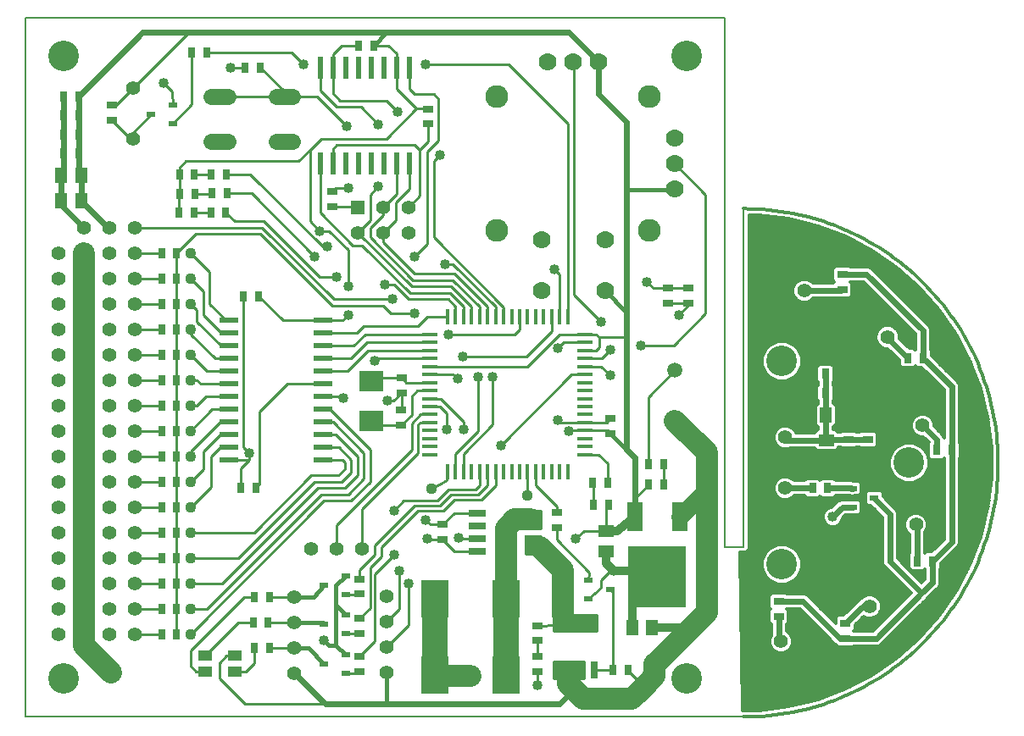
<source format=gtl>
G75*
%MOIN*%
%OFA0B0*%
%FSLAX24Y24*%
%IPPOS*%
%LPD*%
%AMOC8*
5,1,8,0,0,1.08239X$1,22.5*
%
%ADD10C,0.0120*%
%ADD11C,0.0080*%
%ADD12R,0.0394X0.0315*%
%ADD13R,0.0555X0.0555*%
%ADD14C,0.0555*%
%ADD15R,0.0315X0.0394*%
%ADD16R,0.0555X0.0555*%
%ADD17R,0.0591X0.0453*%
%ADD18R,0.0689X0.0256*%
%ADD19R,0.0453X0.0591*%
%ADD20R,0.0283X0.0701*%
%ADD21R,0.1100X0.1500*%
%ADD22C,0.1200*%
%ADD23C,0.0594*%
%ADD24R,0.0551X0.0433*%
%ADD25C,0.0900*%
%ADD26C,0.0700*%
%ADD27C,0.0640*%
%ADD28R,0.0236X0.0866*%
%ADD29R,0.0350X0.0236*%
%ADD30R,0.2283X0.2441*%
%ADD31R,0.0630X0.1181*%
%ADD32R,0.0160X0.0591*%
%ADD33R,0.0591X0.0160*%
%ADD34R,0.0945X0.0787*%
%ADD35R,0.0768X0.0217*%
%ADD36C,0.0440*%
%ADD37C,0.0240*%
%ADD38C,0.0100*%
%ADD39C,0.0400*%
%ADD40C,0.0320*%
%ADD41C,0.0160*%
%ADD42C,0.0860*%
%ADD43C,0.0700*%
%ADD44C,0.1000*%
%ADD45C,0.0650*%
%ADD46C,0.0436*%
D10*
X001556Y022274D02*
X001655Y022373D01*
X002245Y022373D02*
X002344Y022274D01*
X028400Y020974D02*
X028644Y020971D01*
X028887Y020962D01*
X029130Y020947D01*
X029373Y020927D01*
X029615Y020900D01*
X029856Y020867D01*
X030096Y020829D01*
X030336Y020785D01*
X030574Y020735D01*
X030811Y020679D01*
X031047Y020617D01*
X031281Y020550D01*
X031513Y020477D01*
X031744Y020398D01*
X031972Y020314D01*
X032199Y020224D01*
X032423Y020129D01*
X032645Y020028D01*
X032864Y019922D01*
X033080Y019811D01*
X033294Y019694D01*
X033505Y019573D01*
X033713Y019446D01*
X033918Y019314D01*
X034119Y019177D01*
X034317Y019035D01*
X034512Y018889D01*
X034703Y018738D01*
X034890Y018582D01*
X035073Y018422D01*
X035253Y018257D01*
X035428Y018088D01*
X035599Y017915D01*
X035766Y017737D01*
X035928Y017556D01*
X036086Y017371D01*
X036240Y017182D01*
X036389Y016989D01*
X036533Y016793D01*
X036672Y016593D01*
X036807Y016390D01*
X036936Y016183D01*
X037060Y015974D01*
X037179Y015762D01*
X037293Y015546D01*
X037402Y015329D01*
X037505Y015108D01*
X037603Y014885D01*
X037696Y014660D01*
X037783Y014432D01*
X037864Y014203D01*
X037940Y013971D01*
X038010Y013738D01*
X038075Y013503D01*
X038134Y013267D01*
X038187Y013029D01*
X038234Y012790D01*
X038275Y012550D01*
X038310Y012309D01*
X038340Y012068D01*
X038364Y011825D01*
X038381Y011582D01*
X038393Y011339D01*
X038399Y011096D01*
X038399Y010852D01*
X038393Y010609D01*
X038381Y010366D01*
X038364Y010123D01*
X038340Y009880D01*
X038310Y009639D01*
X038275Y009398D01*
X038234Y009158D01*
X038187Y008919D01*
X038134Y008681D01*
X038075Y008445D01*
X038010Y008210D01*
X037940Y007977D01*
X037864Y007745D01*
X037783Y007516D01*
X037696Y007288D01*
X037603Y007063D01*
X037505Y006840D01*
X037402Y006619D01*
X037293Y006402D01*
X037179Y006186D01*
X037060Y005974D01*
X036936Y005765D01*
X036807Y005558D01*
X036672Y005355D01*
X036533Y005155D01*
X036389Y004959D01*
X036240Y004766D01*
X036086Y004577D01*
X035928Y004392D01*
X035766Y004211D01*
X035599Y004033D01*
X035428Y003860D01*
X035253Y003691D01*
X035073Y003526D01*
X034890Y003366D01*
X034703Y003210D01*
X034512Y003059D01*
X034317Y002913D01*
X034119Y002771D01*
X033918Y002634D01*
X033713Y002502D01*
X033505Y002375D01*
X033294Y002254D01*
X033080Y002137D01*
X032864Y002026D01*
X032645Y001920D01*
X032423Y001819D01*
X032199Y001724D01*
X031972Y001634D01*
X031744Y001550D01*
X031513Y001471D01*
X031281Y001398D01*
X031047Y001331D01*
X030811Y001269D01*
X030574Y001213D01*
X030336Y001163D01*
X030096Y001119D01*
X029856Y001081D01*
X029615Y001048D01*
X029373Y001021D01*
X029130Y001001D01*
X028887Y000986D01*
X028644Y000977D01*
X028400Y000974D01*
X028400Y001214D02*
X028363Y001214D01*
X028259Y007447D01*
X028491Y007447D01*
X028620Y007576D01*
X028620Y020727D01*
X028989Y020716D01*
X030159Y020574D01*
X031304Y020292D01*
X032406Y019874D01*
X033449Y019327D01*
X034419Y018657D01*
X035301Y017875D01*
X036083Y016993D01*
X036752Y016023D01*
X037300Y014980D01*
X037718Y013878D01*
X038000Y012733D01*
X038142Y011563D01*
X038142Y010385D01*
X038000Y009215D01*
X037718Y008071D01*
X037300Y006969D01*
X036752Y005925D01*
X036083Y004955D01*
X035301Y004073D01*
X034419Y003291D01*
X033449Y002622D01*
X032406Y002074D01*
X031304Y001656D01*
X030159Y001374D01*
X028989Y001232D01*
X028400Y001214D01*
X028361Y001330D02*
X029794Y001330D01*
X030460Y001448D02*
X028359Y001448D01*
X028357Y001567D02*
X030941Y001567D01*
X031380Y001685D02*
X028355Y001685D01*
X028353Y001804D02*
X031693Y001804D01*
X032005Y001922D02*
X028351Y001922D01*
X028349Y002041D02*
X032318Y002041D01*
X032568Y002159D02*
X028347Y002159D01*
X028345Y002278D02*
X032794Y002278D01*
X033019Y002396D02*
X028343Y002396D01*
X028341Y002515D02*
X033245Y002515D01*
X033466Y002633D02*
X028339Y002633D01*
X028337Y002752D02*
X033637Y002752D01*
X033809Y002870D02*
X028335Y002870D01*
X028333Y002989D02*
X033981Y002989D01*
X034152Y003107D02*
X028331Y003107D01*
X028329Y003226D02*
X034324Y003226D01*
X034479Y003344D02*
X028327Y003344D01*
X028325Y003463D02*
X034613Y003463D01*
X034746Y003581D02*
X030150Y003581D01*
X030126Y003557D02*
X030255Y003686D01*
X030325Y003854D01*
X030325Y004036D01*
X030255Y004204D01*
X030126Y004333D01*
X030075Y004354D01*
X030075Y004620D01*
X030152Y004697D01*
X030152Y005161D01*
X030093Y005219D01*
X030605Y005219D01*
X032025Y003800D01*
X032060Y003785D01*
X032129Y003716D01*
X032671Y003716D01*
X032709Y003754D01*
X033664Y003754D01*
X033775Y003800D01*
X033859Y003884D01*
X035570Y005595D01*
X035654Y005679D01*
X035654Y005679D01*
X036075Y006099D01*
X036120Y006210D01*
X036120Y006790D01*
X036158Y006828D01*
X036158Y007012D01*
X036825Y007679D01*
X036870Y007789D01*
X036870Y011165D01*
X038142Y011165D01*
X038142Y011047D02*
X036870Y011047D01*
X036870Y011165D02*
X036908Y011203D01*
X036908Y011746D01*
X036870Y011783D01*
X036870Y014034D01*
X036825Y014144D01*
X036740Y014228D01*
X035783Y015186D01*
X035783Y015371D01*
X035745Y015408D01*
X035745Y016239D01*
X035700Y016349D01*
X035615Y016433D01*
X033484Y018564D01*
X033484Y018564D01*
X033400Y018649D01*
X033289Y018694D01*
X032584Y018694D01*
X032546Y018732D01*
X032004Y018732D01*
X031898Y018626D01*
X031898Y018162D01*
X031961Y018099D01*
X031907Y018045D01*
X031130Y018045D01*
X031042Y018133D01*
X030874Y018202D01*
X030692Y018202D01*
X030524Y018133D01*
X030395Y018004D01*
X030325Y017836D01*
X030325Y017654D01*
X030395Y017486D01*
X030524Y017357D01*
X030692Y017287D01*
X030874Y017287D01*
X031042Y017357D01*
X031130Y017445D01*
X032276Y017445D01*
X032328Y017466D01*
X032546Y017466D01*
X032652Y017572D01*
X032652Y018036D01*
X032593Y018094D01*
X033105Y018094D01*
X035145Y016055D01*
X035145Y015417D01*
X035087Y015476D01*
X034902Y015476D01*
X034514Y015865D01*
X034514Y016014D01*
X034444Y016182D01*
X034315Y016311D01*
X034147Y016381D01*
X033965Y016381D01*
X033797Y016311D01*
X033668Y016182D01*
X033599Y016014D01*
X033599Y015832D01*
X033668Y015664D01*
X033797Y015535D01*
X033965Y015466D01*
X034064Y015466D01*
X034517Y015012D01*
X034517Y014828D01*
X034623Y014722D01*
X035087Y014722D01*
X035150Y014786D01*
X035213Y014722D01*
X035398Y014722D01*
X036270Y013850D01*
X036270Y011973D01*
X036234Y012061D01*
X036150Y012145D01*
X035887Y012408D01*
X035887Y012532D01*
X035817Y012700D01*
X035689Y012829D01*
X035520Y012899D01*
X035338Y012899D01*
X035170Y012829D01*
X035042Y012700D01*
X034972Y012532D01*
X034972Y012350D01*
X031931Y012350D01*
X031931Y012374D02*
X031932Y012374D01*
X032038Y012479D01*
X032038Y013219D01*
X031932Y013324D01*
X031905Y013324D01*
X031905Y013415D01*
X031942Y013453D01*
X031942Y013996D01*
X031905Y014033D01*
X031905Y014165D01*
X031942Y014203D01*
X031942Y014746D01*
X031837Y014851D01*
X031373Y014851D01*
X031267Y014746D01*
X031267Y014203D01*
X031305Y014165D01*
X031305Y014033D01*
X031267Y013996D01*
X031267Y013453D01*
X031305Y013415D01*
X031305Y013299D01*
X031225Y013219D01*
X031225Y012479D01*
X031330Y012374D01*
X031331Y012374D01*
X031331Y012274D01*
X031280Y012274D01*
X031175Y012169D01*
X031175Y012168D01*
X030440Y012168D01*
X030413Y012233D01*
X030284Y012362D01*
X030116Y012432D01*
X029934Y012432D01*
X029766Y012362D01*
X029637Y012233D01*
X029568Y012065D01*
X029568Y011883D01*
X029637Y011715D01*
X029766Y011586D01*
X029934Y011517D01*
X030116Y011517D01*
X030240Y011568D01*
X031175Y011568D01*
X031175Y011567D01*
X031280Y011461D01*
X032020Y011461D01*
X032125Y011567D01*
X032125Y011594D01*
X032216Y011594D01*
X032254Y011557D01*
X032796Y011557D01*
X032834Y011594D01*
X032966Y011594D01*
X033004Y011557D01*
X033546Y011557D01*
X033652Y011662D01*
X033652Y012126D01*
X033546Y012232D01*
X033004Y012232D01*
X032966Y012194D01*
X032834Y012194D01*
X032796Y012232D01*
X032254Y012232D01*
X032216Y012194D01*
X032100Y012194D01*
X032020Y012274D01*
X031931Y012274D01*
X031931Y012374D01*
X032027Y012469D02*
X034972Y012469D01*
X034972Y012350D02*
X035042Y012182D01*
X035170Y012053D01*
X035338Y011984D01*
X035463Y011984D01*
X035672Y011775D01*
X035642Y011746D01*
X035642Y011220D01*
X035561Y011416D01*
X035342Y011635D01*
X035055Y011754D01*
X034745Y011754D01*
X034458Y011635D01*
X034239Y011416D01*
X034120Y011129D01*
X034120Y010819D01*
X034239Y010532D01*
X034458Y010313D01*
X034745Y010194D01*
X035055Y010194D01*
X035342Y010313D01*
X035561Y010532D01*
X035680Y010819D01*
X035680Y011129D01*
X035655Y011190D01*
X035748Y011097D01*
X036212Y011097D01*
X036270Y011156D01*
X036270Y007973D01*
X035773Y007476D01*
X035588Y007476D01*
X035530Y007417D01*
X035530Y008253D01*
X035558Y008282D01*
X035628Y008450D01*
X035628Y008632D01*
X035558Y008800D01*
X035430Y008929D01*
X035262Y008999D01*
X035080Y008999D01*
X034911Y008929D01*
X034783Y008800D01*
X034713Y008632D01*
X034713Y008450D01*
X034783Y008282D01*
X034911Y008153D01*
X034930Y008146D01*
X034930Y007408D01*
X034892Y007371D01*
X034892Y006828D01*
X034998Y006722D01*
X035462Y006722D01*
X035520Y006781D01*
X035520Y006394D01*
X035400Y006273D01*
X034450Y007223D01*
X034450Y008939D01*
X034451Y008995D01*
X034450Y008999D01*
X034450Y009003D01*
X034429Y009054D01*
X034408Y009107D01*
X034406Y009109D01*
X034404Y009113D01*
X034365Y009152D01*
X033880Y009661D01*
X033880Y009792D01*
X033775Y009897D01*
X033593Y009897D01*
X033592Y009898D01*
X033473Y009900D01*
X033464Y009897D01*
X033275Y009897D01*
X033170Y009792D01*
X033170Y009406D01*
X033275Y009301D01*
X033395Y009301D01*
X033850Y008823D01*
X033850Y007039D01*
X033896Y006929D01*
X033980Y006845D01*
X034976Y005849D01*
X033480Y004354D01*
X032718Y004354D01*
X032777Y004412D01*
X032777Y004597D01*
X033104Y004924D01*
X033258Y004861D01*
X033440Y004861D01*
X033608Y004930D01*
X033737Y005059D01*
X033806Y005227D01*
X033806Y005409D01*
X033737Y005577D01*
X033608Y005706D01*
X033440Y005776D01*
X033258Y005776D01*
X033090Y005706D01*
X032993Y005610D01*
X032904Y005572D01*
X032313Y004982D01*
X032129Y004982D01*
X032023Y004876D01*
X032023Y004650D01*
X030984Y005689D01*
X030900Y005774D01*
X030789Y005819D01*
X030084Y005819D01*
X030046Y005857D01*
X029504Y005857D01*
X029398Y005751D01*
X029398Y005287D01*
X029461Y005224D01*
X029398Y005161D01*
X029398Y004697D01*
X029475Y004620D01*
X029475Y004194D01*
X029410Y004036D01*
X029410Y003854D01*
X029479Y003686D01*
X029608Y003557D01*
X029776Y003487D01*
X029958Y003487D01*
X030126Y003557D01*
X030261Y003700D02*
X034880Y003700D01*
X035014Y003818D02*
X033793Y003818D01*
X033912Y003937D02*
X035148Y003937D01*
X035281Y004055D02*
X034030Y004055D01*
X034149Y004174D02*
X035391Y004174D01*
X035496Y004292D02*
X034267Y004292D01*
X034386Y004411D02*
X035601Y004411D01*
X035706Y004529D02*
X034504Y004529D01*
X034623Y004648D02*
X035811Y004648D01*
X035916Y004766D02*
X034741Y004766D01*
X034860Y004885D02*
X036021Y004885D01*
X036116Y005003D02*
X034978Y005003D01*
X035097Y005122D02*
X036198Y005122D01*
X036280Y005240D02*
X035215Y005240D01*
X035334Y005359D02*
X036362Y005359D01*
X036443Y005477D02*
X035452Y005477D01*
X035570Y005595D02*
X035570Y005595D01*
X035571Y005596D02*
X036525Y005596D01*
X036607Y005714D02*
X035689Y005714D01*
X035808Y005833D02*
X036689Y005833D01*
X036766Y005951D02*
X035926Y005951D01*
X036045Y006070D02*
X036828Y006070D01*
X036891Y006188D02*
X036111Y006188D01*
X036120Y006307D02*
X036953Y006307D01*
X037015Y006425D02*
X036120Y006425D01*
X036120Y006544D02*
X037077Y006544D01*
X037139Y006662D02*
X036120Y006662D01*
X036120Y006781D02*
X037202Y006781D01*
X037264Y006899D02*
X036158Y006899D01*
X036163Y007018D02*
X037319Y007018D01*
X037364Y007136D02*
X036282Y007136D01*
X036400Y007255D02*
X037409Y007255D01*
X037454Y007373D02*
X036519Y007373D01*
X036637Y007492D02*
X037499Y007492D01*
X037543Y007610D02*
X036756Y007610D01*
X036845Y007729D02*
X037588Y007729D01*
X037633Y007847D02*
X036870Y007847D01*
X036870Y007966D02*
X037678Y007966D01*
X037721Y008084D02*
X036870Y008084D01*
X036870Y008203D02*
X037751Y008203D01*
X037780Y008321D02*
X036870Y008321D01*
X036870Y008440D02*
X037809Y008440D01*
X037838Y008558D02*
X036870Y008558D01*
X036870Y008677D02*
X037867Y008677D01*
X037897Y008795D02*
X036870Y008795D01*
X036870Y008914D02*
X037926Y008914D01*
X037955Y009032D02*
X036870Y009032D01*
X036870Y009151D02*
X037984Y009151D01*
X038007Y009269D02*
X036870Y009269D01*
X036870Y009388D02*
X038021Y009388D01*
X038036Y009506D02*
X036870Y009506D01*
X036870Y009625D02*
X038050Y009625D01*
X038064Y009743D02*
X036870Y009743D01*
X036870Y009862D02*
X038079Y009862D01*
X038093Y009980D02*
X036870Y009980D01*
X036870Y010099D02*
X038107Y010099D01*
X038122Y010217D02*
X036870Y010217D01*
X036870Y010336D02*
X038136Y010336D01*
X038142Y010454D02*
X036870Y010454D01*
X036870Y010573D02*
X038142Y010573D01*
X038142Y010691D02*
X036870Y010691D01*
X036870Y010810D02*
X038142Y010810D01*
X038142Y010928D02*
X036870Y010928D01*
X036908Y011284D02*
X038142Y011284D01*
X038142Y011402D02*
X036908Y011402D01*
X036908Y011521D02*
X038142Y011521D01*
X038133Y011639D02*
X036908Y011639D01*
X036896Y011758D02*
X038119Y011758D01*
X038104Y011876D02*
X036870Y011876D01*
X036870Y011995D02*
X038090Y011995D01*
X038075Y012113D02*
X036870Y012113D01*
X036870Y012232D02*
X038061Y012232D01*
X038047Y012350D02*
X036870Y012350D01*
X036870Y012469D02*
X038032Y012469D01*
X038018Y012587D02*
X036870Y012587D01*
X036870Y012706D02*
X038004Y012706D01*
X037978Y012824D02*
X036870Y012824D01*
X036870Y012943D02*
X037949Y012943D01*
X037919Y013061D02*
X036870Y013061D01*
X036870Y013180D02*
X037890Y013180D01*
X037861Y013298D02*
X036870Y013298D01*
X036870Y013417D02*
X037832Y013417D01*
X037803Y013535D02*
X036870Y013535D01*
X036870Y013654D02*
X037773Y013654D01*
X037744Y013772D02*
X036870Y013772D01*
X036870Y013891D02*
X037713Y013891D01*
X037668Y014009D02*
X036870Y014009D01*
X036831Y014128D02*
X037623Y014128D01*
X037578Y014246D02*
X036723Y014246D01*
X036740Y014228D02*
X036740Y014228D01*
X036604Y014365D02*
X037533Y014365D01*
X037488Y014483D02*
X036486Y014483D01*
X036367Y014602D02*
X037444Y014602D01*
X037399Y014720D02*
X036249Y014720D01*
X036130Y014839D02*
X037354Y014839D01*
X037309Y014957D02*
X036012Y014957D01*
X035893Y015076D02*
X037250Y015076D01*
X037188Y015194D02*
X035783Y015194D01*
X035783Y015313D02*
X037125Y015313D01*
X037063Y015431D02*
X035745Y015431D01*
X035745Y015550D02*
X037001Y015550D01*
X036939Y015668D02*
X035745Y015668D01*
X035745Y015787D02*
X036877Y015787D01*
X036814Y015905D02*
X035745Y015905D01*
X035745Y016024D02*
X036752Y016024D01*
X036670Y016142D02*
X035745Y016142D01*
X035736Y016261D02*
X036589Y016261D01*
X036507Y016379D02*
X035669Y016379D01*
X035615Y016433D02*
X035615Y016433D01*
X035551Y016498D02*
X036425Y016498D01*
X036343Y016616D02*
X035432Y016616D01*
X035314Y016735D02*
X036261Y016735D01*
X036180Y016853D02*
X035195Y016853D01*
X035077Y016972D02*
X036098Y016972D01*
X035997Y017090D02*
X034958Y017090D01*
X034840Y017209D02*
X035892Y017209D01*
X035787Y017327D02*
X034721Y017327D01*
X034603Y017446D02*
X035682Y017446D01*
X035577Y017564D02*
X034484Y017564D01*
X034366Y017683D02*
X035472Y017683D01*
X035367Y017801D02*
X034247Y017801D01*
X034129Y017920D02*
X035251Y017920D01*
X035118Y018038D02*
X034010Y018038D01*
X033892Y018157D02*
X034984Y018157D01*
X034850Y018275D02*
X033773Y018275D01*
X033655Y018394D02*
X034716Y018394D01*
X034583Y018512D02*
X033536Y018512D01*
X033418Y018631D02*
X034449Y018631D01*
X034286Y018749D02*
X028620Y018749D01*
X028620Y018631D02*
X031902Y018631D01*
X031898Y018512D02*
X028620Y018512D01*
X028620Y018394D02*
X031898Y018394D01*
X031898Y018275D02*
X028620Y018275D01*
X028620Y018157D02*
X030582Y018157D01*
X030429Y018038D02*
X028620Y018038D01*
X028620Y017920D02*
X030360Y017920D01*
X030325Y017801D02*
X028620Y017801D01*
X028620Y017683D02*
X030325Y017683D01*
X030363Y017564D02*
X028620Y017564D01*
X028620Y017446D02*
X030435Y017446D01*
X030596Y017327D02*
X028620Y017327D01*
X028620Y017209D02*
X033991Y017209D01*
X033873Y017327D02*
X030970Y017327D01*
X030984Y018157D02*
X031904Y018157D01*
X032650Y018038D02*
X033162Y018038D01*
X033280Y017920D02*
X032652Y017920D01*
X032652Y017801D02*
X033399Y017801D01*
X033517Y017683D02*
X032652Y017683D01*
X032644Y017564D02*
X033636Y017564D01*
X033754Y017446D02*
X032278Y017446D01*
X033747Y016261D02*
X028620Y016261D01*
X028620Y016379D02*
X033962Y016379D01*
X034150Y016379D02*
X034821Y016379D01*
X034939Y016261D02*
X034365Y016261D01*
X034460Y016142D02*
X035058Y016142D01*
X035145Y016024D02*
X034510Y016024D01*
X034514Y015905D02*
X035145Y015905D01*
X035145Y015787D02*
X034591Y015787D01*
X034710Y015668D02*
X035145Y015668D01*
X035145Y015550D02*
X034828Y015550D01*
X035132Y015431D02*
X035145Y015431D01*
X034517Y014957D02*
X030680Y014957D01*
X030680Y014839D02*
X031360Y014839D01*
X031267Y014720D02*
X030639Y014720D01*
X030680Y014819D02*
X030561Y014532D01*
X030342Y014313D01*
X030055Y014194D01*
X029745Y014194D01*
X029458Y014313D01*
X029239Y014532D01*
X029120Y014819D01*
X029120Y015129D01*
X029239Y015416D01*
X029458Y015635D01*
X029745Y015754D01*
X030055Y015754D01*
X030342Y015635D01*
X030561Y015416D01*
X030680Y015129D01*
X030680Y014819D01*
X030590Y014602D02*
X031267Y014602D01*
X031267Y014483D02*
X030512Y014483D01*
X030394Y014365D02*
X031267Y014365D01*
X031267Y014246D02*
X030181Y014246D01*
X029619Y014246D02*
X028620Y014246D01*
X028620Y014128D02*
X031305Y014128D01*
X031281Y014009D02*
X028620Y014009D01*
X028620Y013891D02*
X031267Y013891D01*
X031267Y013772D02*
X028620Y013772D01*
X028620Y013654D02*
X031267Y013654D01*
X031267Y013535D02*
X028620Y013535D01*
X028620Y013417D02*
X031303Y013417D01*
X031304Y013298D02*
X028620Y013298D01*
X028620Y013180D02*
X031225Y013180D01*
X031225Y013061D02*
X028620Y013061D01*
X028620Y012943D02*
X031225Y012943D01*
X031225Y012824D02*
X028620Y012824D01*
X028620Y012706D02*
X031225Y012706D01*
X031225Y012587D02*
X028620Y012587D01*
X028620Y012469D02*
X031236Y012469D01*
X031331Y012350D02*
X030296Y012350D01*
X030414Y012232D02*
X031238Y012232D01*
X031221Y011521D02*
X030126Y011521D01*
X029924Y011521D02*
X028620Y011521D01*
X028620Y011639D02*
X029713Y011639D01*
X029619Y011758D02*
X028620Y011758D01*
X028620Y011876D02*
X029570Y011876D01*
X029568Y011995D02*
X028620Y011995D01*
X028620Y012113D02*
X029587Y012113D01*
X029636Y012232D02*
X028620Y012232D01*
X028620Y012350D02*
X029754Y012350D01*
X028620Y011402D02*
X034233Y011402D01*
X034184Y011284D02*
X028620Y011284D01*
X028620Y011165D02*
X034135Y011165D01*
X034120Y011047D02*
X028620Y011047D01*
X028620Y010928D02*
X034120Y010928D01*
X034124Y010810D02*
X028620Y010810D01*
X028620Y010691D02*
X034173Y010691D01*
X034222Y010573D02*
X028620Y010573D01*
X028620Y010454D02*
X034317Y010454D01*
X034435Y010336D02*
X031943Y010336D01*
X031927Y010351D02*
X031463Y010351D01*
X031400Y010288D01*
X031337Y010351D01*
X030873Y010351D01*
X030796Y010274D01*
X030372Y010274D01*
X030284Y010362D01*
X030116Y010432D01*
X029934Y010432D01*
X029766Y010362D01*
X029637Y010233D01*
X029568Y010065D01*
X029568Y009883D01*
X029637Y009715D01*
X029766Y009586D01*
X029934Y009517D01*
X030116Y009517D01*
X030284Y009586D01*
X030372Y009674D01*
X030796Y009674D01*
X030873Y009597D01*
X031337Y009597D01*
X031400Y009661D01*
X031463Y009597D01*
X031927Y009597D01*
X032004Y009674D01*
X032569Y009674D01*
X032572Y009673D01*
X032735Y009673D01*
X032739Y009675D01*
X032925Y009675D01*
X033030Y009780D01*
X033030Y010166D01*
X032925Y010271D01*
X032739Y010271D01*
X032735Y010273D01*
X032692Y010273D01*
X032690Y010274D01*
X032004Y010274D01*
X031927Y010351D01*
X031448Y010336D02*
X031352Y010336D01*
X030857Y010336D02*
X030310Y010336D01*
X029740Y010336D02*
X028620Y010336D01*
X028620Y010217D02*
X029630Y010217D01*
X029581Y010099D02*
X028620Y010099D01*
X028620Y009980D02*
X029568Y009980D01*
X029576Y009862D02*
X028620Y009862D01*
X028620Y009743D02*
X029626Y009743D01*
X029728Y009625D02*
X028620Y009625D01*
X028620Y009506D02*
X032171Y009506D01*
X032216Y009525D02*
X032106Y009479D01*
X031856Y009229D01*
X031824Y009229D01*
X031685Y009171D01*
X031578Y009064D01*
X031520Y008925D01*
X031520Y008774D01*
X031578Y008634D01*
X031685Y008527D01*
X031824Y008469D01*
X031976Y008469D01*
X032115Y008527D01*
X032222Y008634D01*
X032280Y008774D01*
X032280Y008805D01*
X032400Y008925D01*
X032735Y008925D01*
X032739Y008927D01*
X032925Y008927D01*
X033030Y009032D01*
X033651Y009032D01*
X033764Y008914D02*
X032389Y008914D01*
X032280Y008795D02*
X033850Y008795D01*
X033850Y008677D02*
X032240Y008677D01*
X032146Y008558D02*
X033850Y008558D01*
X033850Y008440D02*
X028620Y008440D01*
X028620Y008558D02*
X031654Y008558D01*
X031560Y008677D02*
X028620Y008677D01*
X028620Y008795D02*
X031520Y008795D01*
X031520Y008914D02*
X028620Y008914D01*
X028620Y009032D02*
X031565Y009032D01*
X031664Y009151D02*
X028620Y009151D01*
X028620Y009269D02*
X031896Y009269D01*
X032014Y009388D02*
X028620Y009388D01*
X028620Y008321D02*
X033850Y008321D01*
X033850Y008203D02*
X028620Y008203D01*
X028620Y008084D02*
X033850Y008084D01*
X033850Y007966D02*
X028620Y007966D01*
X028620Y007847D02*
X033850Y007847D01*
X033850Y007729D02*
X030117Y007729D01*
X030055Y007754D02*
X030342Y007635D01*
X030561Y007416D01*
X030680Y007129D01*
X030680Y006819D01*
X030561Y006532D01*
X030342Y006313D01*
X030055Y006194D01*
X029745Y006194D01*
X029458Y006313D01*
X029239Y006532D01*
X029120Y006819D01*
X029120Y007129D01*
X029239Y007416D01*
X029458Y007635D01*
X029745Y007754D01*
X030055Y007754D01*
X030367Y007610D02*
X033850Y007610D01*
X033850Y007492D02*
X030486Y007492D01*
X030579Y007373D02*
X033850Y007373D01*
X033850Y007255D02*
X030628Y007255D01*
X030677Y007136D02*
X033850Y007136D01*
X033859Y007018D02*
X030680Y007018D01*
X030680Y006899D02*
X033926Y006899D01*
X034044Y006781D02*
X030664Y006781D01*
X030615Y006662D02*
X034163Y006662D01*
X034281Y006544D02*
X030566Y006544D01*
X030454Y006425D02*
X034400Y006425D01*
X034518Y006307D02*
X030327Y006307D01*
X030071Y005833D02*
X034959Y005833D01*
X034874Y005951D02*
X028284Y005951D01*
X028286Y005833D02*
X029479Y005833D01*
X029398Y005714D02*
X028288Y005714D01*
X028290Y005596D02*
X029398Y005596D01*
X029398Y005477D02*
X028292Y005477D01*
X028294Y005359D02*
X029398Y005359D01*
X029445Y005240D02*
X028296Y005240D01*
X028298Y005122D02*
X029398Y005122D01*
X029398Y005003D02*
X028300Y005003D01*
X028301Y004885D02*
X029398Y004885D01*
X029398Y004766D02*
X028303Y004766D01*
X028305Y004648D02*
X029447Y004648D01*
X029475Y004529D02*
X028307Y004529D01*
X028309Y004411D02*
X029475Y004411D01*
X029475Y004292D02*
X028311Y004292D01*
X028313Y004174D02*
X029467Y004174D01*
X029418Y004055D02*
X028315Y004055D01*
X028317Y003937D02*
X029410Y003937D01*
X029424Y003818D02*
X028319Y003818D01*
X028321Y003700D02*
X029473Y003700D01*
X029584Y003581D02*
X028323Y003581D01*
X030075Y004411D02*
X031414Y004411D01*
X031296Y004529D02*
X030075Y004529D01*
X030103Y004648D02*
X031177Y004648D01*
X031059Y004766D02*
X030152Y004766D01*
X030152Y004885D02*
X030940Y004885D01*
X030822Y005003D02*
X030152Y005003D01*
X030152Y005122D02*
X030703Y005122D01*
X031078Y005596D02*
X032960Y005596D01*
X033110Y005714D02*
X030959Y005714D01*
X031196Y005477D02*
X032808Y005477D01*
X032690Y005359D02*
X031315Y005359D01*
X031433Y005240D02*
X032571Y005240D01*
X032453Y005122D02*
X031552Y005122D01*
X031670Y005003D02*
X032334Y005003D01*
X032031Y004885D02*
X031789Y004885D01*
X031907Y004766D02*
X032023Y004766D01*
X031533Y004292D02*
X030167Y004292D01*
X030267Y004174D02*
X031651Y004174D01*
X031770Y004055D02*
X030316Y004055D01*
X030325Y003937D02*
X031888Y003937D01*
X032007Y003818D02*
X030310Y003818D01*
X032775Y004411D02*
X033537Y004411D01*
X033656Y004529D02*
X032777Y004529D01*
X032827Y004648D02*
X033774Y004648D01*
X033893Y004766D02*
X032946Y004766D01*
X033064Y004885D02*
X033200Y004885D01*
X033498Y004885D02*
X034011Y004885D01*
X034130Y005003D02*
X033681Y005003D01*
X033763Y005122D02*
X034248Y005122D01*
X034367Y005240D02*
X033806Y005240D01*
X033806Y005359D02*
X034485Y005359D01*
X034604Y005477D02*
X033778Y005477D01*
X033718Y005596D02*
X034722Y005596D01*
X034841Y005714D02*
X033588Y005714D01*
X034637Y006188D02*
X028280Y006188D01*
X028282Y006070D02*
X034755Y006070D01*
X035130Y006544D02*
X035520Y006544D01*
X035520Y006662D02*
X035011Y006662D01*
X034939Y006781D02*
X034893Y006781D01*
X034892Y006899D02*
X034774Y006899D01*
X034656Y007018D02*
X034892Y007018D01*
X034892Y007136D02*
X034537Y007136D01*
X034450Y007255D02*
X034892Y007255D01*
X034895Y007373D02*
X034450Y007373D01*
X034450Y007492D02*
X034930Y007492D01*
X034930Y007610D02*
X034450Y007610D01*
X034450Y007729D02*
X034930Y007729D01*
X034930Y007847D02*
X034450Y007847D01*
X034450Y007966D02*
X034930Y007966D01*
X034930Y008084D02*
X034450Y008084D01*
X034450Y008203D02*
X034862Y008203D01*
X034767Y008321D02*
X034450Y008321D01*
X034450Y008440D02*
X034717Y008440D01*
X034713Y008558D02*
X034450Y008558D01*
X034450Y008677D02*
X034732Y008677D01*
X034781Y008795D02*
X034450Y008795D01*
X034450Y008914D02*
X034896Y008914D01*
X035445Y008914D02*
X036270Y008914D01*
X036270Y009032D02*
X034438Y009032D01*
X034366Y009151D02*
X036270Y009151D01*
X036270Y009269D02*
X034254Y009269D01*
X034141Y009388D02*
X036270Y009388D01*
X036270Y009506D02*
X034028Y009506D01*
X033915Y009625D02*
X036270Y009625D01*
X036270Y009743D02*
X033880Y009743D01*
X033810Y009862D02*
X036270Y009862D01*
X036270Y009980D02*
X033030Y009980D01*
X033030Y009862D02*
X033240Y009862D01*
X033170Y009743D02*
X032993Y009743D01*
X033170Y009625D02*
X031955Y009625D01*
X032216Y009525D02*
X032735Y009525D01*
X032739Y009523D01*
X032925Y009523D01*
X033030Y009418D01*
X033030Y009032D01*
X033030Y009151D02*
X033538Y009151D01*
X033425Y009269D02*
X033030Y009269D01*
X033030Y009388D02*
X033189Y009388D01*
X033170Y009506D02*
X032942Y009506D01*
X033030Y010099D02*
X036270Y010099D01*
X036270Y010217D02*
X035111Y010217D01*
X035365Y010336D02*
X036270Y010336D01*
X036270Y010454D02*
X035483Y010454D01*
X035578Y010573D02*
X036270Y010573D01*
X036270Y010691D02*
X035627Y010691D01*
X035676Y010810D02*
X036270Y010810D01*
X036270Y010928D02*
X035680Y010928D01*
X035680Y011047D02*
X036270Y011047D01*
X035680Y011165D02*
X035665Y011165D01*
X035642Y011284D02*
X035616Y011284D01*
X035642Y011402D02*
X035567Y011402D01*
X035642Y011521D02*
X035457Y011521D01*
X035333Y011639D02*
X035642Y011639D01*
X035654Y011758D02*
X033652Y011758D01*
X033652Y011876D02*
X035570Y011876D01*
X035312Y011995D02*
X033652Y011995D01*
X033652Y012113D02*
X035110Y012113D01*
X035021Y012232D02*
X033547Y012232D01*
X033003Y012232D02*
X032797Y012232D01*
X032253Y012232D02*
X032062Y012232D01*
X032038Y012587D02*
X034995Y012587D01*
X035047Y012706D02*
X032038Y012706D01*
X032038Y012824D02*
X035165Y012824D01*
X035693Y012824D02*
X036270Y012824D01*
X036270Y012706D02*
X035812Y012706D01*
X035864Y012587D02*
X036270Y012587D01*
X036270Y012469D02*
X035887Y012469D01*
X035945Y012350D02*
X036270Y012350D01*
X036270Y012232D02*
X036063Y012232D01*
X036182Y012113D02*
X036270Y012113D01*
X036261Y011995D02*
X036270Y011995D01*
X036270Y012943D02*
X032038Y012943D01*
X032038Y013061D02*
X036270Y013061D01*
X036270Y013180D02*
X032038Y013180D01*
X031958Y013298D02*
X036270Y013298D01*
X036270Y013417D02*
X031906Y013417D01*
X031942Y013535D02*
X036270Y013535D01*
X036270Y013654D02*
X031942Y013654D01*
X031942Y013772D02*
X036270Y013772D01*
X036229Y013891D02*
X031942Y013891D01*
X031929Y014009D02*
X036111Y014009D01*
X035992Y014128D02*
X031905Y014128D01*
X031942Y014246D02*
X035874Y014246D01*
X035755Y014365D02*
X031942Y014365D01*
X031942Y014483D02*
X035637Y014483D01*
X035518Y014602D02*
X031942Y014602D01*
X031942Y014720D02*
X035400Y014720D01*
X034517Y014839D02*
X031849Y014839D01*
X030680Y015076D02*
X034454Y015076D01*
X034335Y015194D02*
X030653Y015194D01*
X030604Y015313D02*
X034217Y015313D01*
X034098Y015431D02*
X030546Y015431D01*
X030428Y015550D02*
X033782Y015550D01*
X033666Y015668D02*
X030263Y015668D01*
X029537Y015668D02*
X028620Y015668D01*
X028620Y015550D02*
X029372Y015550D01*
X029254Y015431D02*
X028620Y015431D01*
X028620Y015313D02*
X029196Y015313D01*
X029147Y015194D02*
X028620Y015194D01*
X028620Y015076D02*
X029120Y015076D01*
X029120Y014957D02*
X028620Y014957D01*
X028620Y014839D02*
X029120Y014839D01*
X029161Y014720D02*
X028620Y014720D01*
X028620Y014602D02*
X029210Y014602D01*
X029288Y014483D02*
X028620Y014483D01*
X028620Y014365D02*
X029406Y014365D01*
X028620Y015787D02*
X033617Y015787D01*
X033599Y015905D02*
X028620Y015905D01*
X028620Y016024D02*
X033603Y016024D01*
X033652Y016142D02*
X028620Y016142D01*
X028620Y016498D02*
X034702Y016498D01*
X034584Y016616D02*
X028620Y016616D01*
X028620Y016735D02*
X034465Y016735D01*
X034347Y016853D02*
X028620Y016853D01*
X028620Y016972D02*
X034228Y016972D01*
X034110Y017090D02*
X028620Y017090D01*
X028620Y018868D02*
X034114Y018868D01*
X033942Y018986D02*
X028620Y018986D01*
X028620Y019105D02*
X033771Y019105D01*
X033599Y019223D02*
X028620Y019223D01*
X028620Y019342D02*
X033420Y019342D01*
X033195Y019460D02*
X028620Y019460D01*
X028620Y019579D02*
X032969Y019579D01*
X032743Y019697D02*
X028620Y019697D01*
X028620Y019816D02*
X032517Y019816D01*
X032248Y019934D02*
X028620Y019934D01*
X028620Y020053D02*
X031935Y020053D01*
X031623Y020171D02*
X028620Y020171D01*
X028620Y020290D02*
X031310Y020290D01*
X030833Y020408D02*
X028620Y020408D01*
X028620Y020527D02*
X030352Y020527D01*
X029575Y020645D02*
X028620Y020645D01*
X033629Y011639D02*
X034467Y011639D01*
X034343Y011521D02*
X032079Y011521D01*
X032979Y010217D02*
X034689Y010217D01*
X035561Y008795D02*
X036270Y008795D01*
X036270Y008677D02*
X035610Y008677D01*
X035628Y008558D02*
X036270Y008558D01*
X036270Y008440D02*
X035624Y008440D01*
X035575Y008321D02*
X036270Y008321D01*
X036270Y008203D02*
X035530Y008203D01*
X035530Y008084D02*
X036270Y008084D01*
X036263Y007966D02*
X035530Y007966D01*
X035530Y007847D02*
X036144Y007847D01*
X036026Y007729D02*
X035530Y007729D01*
X035530Y007610D02*
X035907Y007610D01*
X035789Y007492D02*
X035530Y007492D01*
X035520Y006781D02*
X035520Y006781D01*
X035520Y006425D02*
X035248Y006425D01*
X035367Y006307D02*
X035433Y006307D01*
X031436Y009625D02*
X031364Y009625D01*
X030845Y009625D02*
X030322Y009625D01*
X029683Y007729D02*
X028620Y007729D01*
X028620Y007610D02*
X029433Y007610D01*
X029314Y007492D02*
X028536Y007492D01*
X028260Y007373D02*
X029221Y007373D01*
X029172Y007255D02*
X028262Y007255D01*
X028264Y007136D02*
X029123Y007136D01*
X029120Y007018D02*
X028266Y007018D01*
X028268Y006899D02*
X029120Y006899D01*
X029136Y006781D02*
X028270Y006781D01*
X028272Y006662D02*
X029185Y006662D01*
X029234Y006544D02*
X028274Y006544D01*
X028276Y006425D02*
X029346Y006425D01*
X029473Y006307D02*
X028278Y006307D01*
D11*
X028400Y000974D02*
X000150Y000974D01*
X000150Y028474D01*
X027650Y028474D01*
X027650Y007667D01*
X028400Y007667D01*
X028400Y020974D01*
D12*
X026213Y017844D03*
X026213Y017254D03*
X025413Y017254D03*
X025413Y017844D03*
X023163Y012719D03*
X023163Y012129D03*
X021050Y009019D03*
X021050Y008429D03*
X020275Y004569D03*
X020275Y003979D03*
X020275Y003344D03*
X020275Y002754D03*
X016550Y007954D03*
X016550Y008544D03*
X013300Y006407D03*
X013300Y005816D03*
X013288Y004844D03*
X013288Y004254D03*
X013300Y003344D03*
X013300Y002754D03*
X014925Y012454D03*
X014925Y013044D03*
X014938Y013729D03*
X014938Y014319D03*
X012213Y021054D03*
X012213Y021644D03*
X016000Y024316D03*
X016000Y024907D03*
X003538Y025044D03*
X003538Y024454D03*
X029775Y005519D03*
X029775Y004929D03*
X032400Y004644D03*
X032400Y004054D03*
X032525Y011304D03*
X032525Y011894D03*
X033275Y011894D03*
X033275Y011304D03*
X032275Y017804D03*
X032275Y018394D03*
D13*
X013213Y021037D03*
D14*
X014213Y021037D03*
X015213Y021037D03*
X015213Y020037D03*
X014213Y020037D03*
X013213Y020037D03*
X004450Y020224D03*
X004450Y019224D03*
X004450Y018224D03*
X003450Y018224D03*
X002450Y018224D03*
X001450Y018224D03*
X001450Y019224D03*
X002450Y019224D03*
X003450Y019224D03*
X003450Y020224D03*
X002450Y020224D03*
X002450Y017224D03*
X003450Y017224D03*
X003450Y016224D03*
X002450Y016224D03*
X002450Y015224D03*
X003450Y015224D03*
X003450Y014224D03*
X002450Y014224D03*
X002450Y013224D03*
X003450Y013224D03*
X003450Y012224D03*
X002450Y012224D03*
X002450Y011224D03*
X003450Y011224D03*
X003450Y010224D03*
X002450Y010224D03*
X002450Y009224D03*
X003450Y009224D03*
X003450Y008224D03*
X002450Y008224D03*
X002450Y007224D03*
X003450Y007224D03*
X003450Y006224D03*
X002450Y006224D03*
X002450Y005224D03*
X003450Y005224D03*
X003450Y004224D03*
X002450Y004224D03*
X001450Y004224D03*
X001450Y005224D03*
X001450Y006224D03*
X001450Y007224D03*
X001450Y008224D03*
X001450Y009224D03*
X001450Y010224D03*
X001450Y011224D03*
X001450Y012224D03*
X001450Y013224D03*
X001450Y014224D03*
X001450Y015224D03*
X001450Y016224D03*
X001450Y017224D03*
X004450Y017224D03*
X004450Y016224D03*
X004450Y015224D03*
X004450Y014224D03*
X004450Y013224D03*
X004450Y012224D03*
X004450Y011224D03*
X004450Y010224D03*
X004450Y009224D03*
X004450Y008224D03*
X004450Y007224D03*
X004450Y006224D03*
X004450Y005224D03*
X004450Y004224D03*
X010725Y004699D03*
X010725Y003699D03*
X010725Y002699D03*
X010725Y005699D03*
X011400Y007599D03*
X012400Y007599D03*
X013400Y007599D03*
X014350Y005724D03*
X014350Y004724D03*
X014350Y003724D03*
X014350Y002724D03*
X029867Y003945D03*
X033349Y005318D03*
X035171Y008541D03*
X035429Y012441D03*
X034056Y015923D03*
X030783Y017745D03*
X030025Y011974D03*
X030025Y010974D03*
X030025Y009974D03*
X004375Y023712D03*
X004375Y025712D03*
D15*
X006680Y027124D03*
X007270Y027124D03*
X008792Y026524D03*
X009383Y026524D03*
X013255Y027399D03*
X013845Y027399D03*
X008058Y022324D03*
X007467Y022324D03*
X006795Y022312D03*
X006205Y022312D03*
X006217Y021562D03*
X006808Y021562D03*
X007492Y021574D03*
X008083Y021574D03*
X008033Y020824D03*
X007442Y020824D03*
X006783Y020812D03*
X006192Y020812D03*
X006095Y019224D03*
X005505Y019224D03*
X005505Y018224D03*
X006095Y018224D03*
X006095Y017224D03*
X005505Y017224D03*
X005505Y016224D03*
X006095Y016224D03*
X006095Y015224D03*
X005505Y015224D03*
X005505Y014224D03*
X006095Y014224D03*
X006095Y013224D03*
X005505Y013224D03*
X005505Y012224D03*
X006095Y012224D03*
X006095Y011224D03*
X005505Y011224D03*
X005505Y010224D03*
X006095Y010224D03*
X006095Y009224D03*
X005505Y009224D03*
X005505Y008224D03*
X006095Y008224D03*
X006095Y007224D03*
X005505Y007224D03*
X005505Y006224D03*
X006095Y006224D03*
X006095Y005224D03*
X005505Y005224D03*
X005505Y004224D03*
X006095Y004224D03*
X009105Y004699D03*
X009695Y004699D03*
X009745Y005699D03*
X009155Y005699D03*
X009155Y003674D03*
X009745Y003674D03*
X009208Y009974D03*
X008617Y009974D03*
X008730Y017537D03*
X009320Y017537D03*
X002245Y023149D03*
X001655Y023149D03*
X001655Y023899D03*
X002245Y023899D03*
X002245Y024649D03*
X001655Y024649D03*
X001655Y025399D03*
X002245Y025399D03*
X022455Y010199D03*
X023045Y010199D03*
X023070Y009324D03*
X022480Y009324D03*
X024655Y010112D03*
X025245Y010112D03*
X025245Y010912D03*
X024655Y010912D03*
X031105Y009974D03*
X031695Y009974D03*
X035230Y007099D03*
X035820Y007099D03*
X035980Y011474D03*
X036570Y011474D03*
X035445Y015099D03*
X034855Y015099D03*
X032195Y014474D03*
X031605Y014474D03*
X031605Y013724D03*
X032195Y013724D03*
X023845Y002824D03*
X023255Y002824D03*
D16*
G36*
X030494Y004399D02*
X031028Y004543D01*
X031172Y004009D01*
X030638Y003865D01*
X030494Y004399D01*
G37*
G36*
X033665Y006025D02*
X034056Y006416D01*
X034447Y006025D01*
X034056Y005634D01*
X033665Y006025D01*
G37*
G36*
X035090Y009312D02*
X035234Y009846D01*
X035768Y009702D01*
X035624Y009168D01*
X035090Y009312D01*
G37*
G36*
X034976Y013068D02*
X034832Y013602D01*
X035366Y013746D01*
X035510Y013212D01*
X034976Y013068D01*
G37*
G36*
X033349Y016239D02*
X032958Y016630D01*
X033349Y017021D01*
X033740Y016630D01*
X033349Y016239D01*
G37*
G36*
X030012Y017665D02*
X029478Y017809D01*
X029622Y018343D01*
X030156Y018199D01*
X030012Y017665D01*
G37*
D17*
X031650Y011868D03*
X031650Y011080D03*
X022975Y008293D03*
X022975Y007505D03*
D18*
X020127Y007499D03*
X020127Y007999D03*
X020127Y008499D03*
X020127Y008999D03*
X017923Y008999D03*
X017923Y008499D03*
X017923Y007999D03*
X017923Y007499D03*
D19*
X024006Y004474D03*
X024794Y004474D03*
X031631Y012849D03*
X032419Y012849D03*
X002344Y021274D03*
X001556Y021274D03*
X001556Y022274D03*
X002344Y022274D03*
D20*
X021025Y004670D03*
X021525Y004670D03*
X022025Y004670D03*
X022525Y004670D03*
X022525Y002828D03*
X022025Y002828D03*
X021525Y002828D03*
X021025Y002828D03*
D21*
X019055Y002624D03*
X016245Y002624D03*
X016245Y005624D03*
X019055Y005624D03*
D22*
X026150Y002474D03*
X029900Y006974D03*
X034900Y010974D03*
X029900Y014974D03*
X026150Y026974D03*
X001650Y026974D03*
X001650Y002474D03*
D23*
X025700Y012640D03*
X025700Y014608D03*
D24*
X008391Y003389D03*
X008391Y002759D03*
X007209Y002759D03*
X007209Y003389D03*
D25*
X018688Y020124D03*
X024688Y020124D03*
X024688Y025374D03*
X018688Y025374D03*
D26*
X020688Y026749D03*
X021688Y026749D03*
X022688Y026749D03*
X025688Y023749D03*
X025688Y022749D03*
X025688Y021749D03*
X022938Y019749D03*
X022938Y017749D03*
X020438Y017749D03*
X020438Y019749D03*
D27*
X010663Y023609D02*
X010023Y023609D01*
X010023Y025389D02*
X010663Y025389D01*
X008103Y025389D02*
X007463Y025389D01*
X007463Y023609D02*
X008103Y023609D01*
D28*
X011738Y022759D03*
X012238Y022759D03*
X012738Y022759D03*
X013238Y022759D03*
X013738Y022759D03*
X014238Y022759D03*
X014738Y022759D03*
X015238Y022759D03*
X015238Y026529D03*
X014738Y026529D03*
X014238Y026529D03*
X013738Y026529D03*
X013238Y026529D03*
X012738Y026529D03*
X012238Y026529D03*
X011738Y026529D03*
D29*
X005938Y025073D03*
X005938Y024325D03*
X005088Y024699D03*
X012750Y006523D03*
X012750Y005775D03*
X012750Y004998D03*
X011900Y004624D03*
X012750Y004250D03*
X012750Y003423D03*
X012750Y002675D03*
X011900Y003049D03*
X011900Y006149D03*
X022300Y006373D03*
X023150Y005999D03*
X022300Y005625D03*
X032675Y009225D03*
X033525Y009599D03*
X032675Y009973D03*
D30*
X025000Y006499D03*
D31*
X024102Y008857D03*
X025898Y008857D03*
D32*
X021475Y010610D03*
X021160Y010610D03*
X020845Y010610D03*
X020530Y010610D03*
X020215Y010610D03*
X019900Y010610D03*
X019585Y010610D03*
X019270Y010610D03*
X018955Y010610D03*
X018640Y010610D03*
X018325Y010610D03*
X018010Y010610D03*
X017695Y010610D03*
X017380Y010610D03*
X017065Y010610D03*
X016750Y010610D03*
X016750Y016713D03*
X017065Y016713D03*
X017380Y016713D03*
X017695Y016713D03*
X018010Y016713D03*
X018325Y016713D03*
X018640Y016713D03*
X018955Y016713D03*
X019270Y016713D03*
X019585Y016713D03*
X019900Y016713D03*
X020215Y016713D03*
X020530Y016713D03*
X020845Y016713D03*
X021160Y016713D03*
X021475Y016713D03*
D33*
X022164Y016024D03*
X022164Y015709D03*
X022164Y015394D03*
X022164Y015079D03*
X022164Y014764D03*
X022164Y014449D03*
X022164Y014134D03*
X022164Y013819D03*
X022164Y013504D03*
X022164Y013189D03*
X022164Y012874D03*
X022164Y012559D03*
X022164Y012244D03*
X022164Y011929D03*
X022164Y011614D03*
X022164Y011299D03*
X016061Y011299D03*
X016061Y011614D03*
X016061Y011929D03*
X016061Y012244D03*
X016061Y012559D03*
X016061Y012874D03*
X016061Y013189D03*
X016061Y013504D03*
X016061Y013819D03*
X016061Y014134D03*
X016061Y014449D03*
X016061Y014764D03*
X016061Y015079D03*
X016061Y015394D03*
X016061Y015709D03*
X016061Y016024D03*
D34*
X013750Y014187D03*
X013750Y012612D03*
D35*
X011863Y012574D03*
X011863Y012074D03*
X011863Y011574D03*
X011863Y011074D03*
X011863Y013074D03*
X011863Y013574D03*
X011863Y014074D03*
X011863Y014574D03*
X011863Y015074D03*
X011863Y015574D03*
X011863Y016074D03*
X011863Y016574D03*
X008162Y016574D03*
X008162Y016074D03*
X008162Y015574D03*
X008162Y015074D03*
X008162Y014574D03*
X008162Y014074D03*
X008162Y013574D03*
X008162Y013074D03*
X008162Y012574D03*
X008162Y012074D03*
X008162Y011574D03*
X008162Y011074D03*
D36*
X016125Y009962D03*
X019875Y009687D03*
D37*
X020025Y008749D02*
X020127Y008647D01*
X020127Y008499D01*
X024102Y009287D02*
X024102Y011189D01*
X023790Y011501D01*
X023790Y015912D01*
X023790Y016897D01*
X023790Y021724D01*
X023790Y024397D01*
X022688Y025499D01*
X022688Y026749D01*
X021525Y027912D01*
X014358Y027912D01*
X006650Y027912D01*
X004758Y027912D01*
X002245Y025399D01*
X002245Y024649D01*
X002245Y023899D01*
X002245Y023149D01*
X002245Y022373D01*
X002344Y022274D02*
X002344Y021274D01*
X003394Y020224D01*
X003450Y020224D01*
X002450Y020224D02*
X001556Y021118D01*
X001556Y021274D01*
X001556Y022274D01*
X001655Y022373D02*
X001655Y023149D01*
X001655Y023899D01*
X001655Y024649D01*
X001655Y025399D01*
X010725Y002699D02*
X011950Y001474D01*
X014350Y001474D01*
X021150Y001474D01*
X021700Y002024D01*
X029775Y004037D02*
X029867Y003945D01*
X029775Y004037D02*
X029775Y004929D01*
X029775Y005519D02*
X030730Y005519D01*
X032195Y004054D01*
X032400Y004054D01*
X033605Y004054D01*
X035400Y005849D01*
X034150Y007099D01*
X034150Y008943D01*
X033525Y009599D01*
X032675Y009225D02*
X032276Y009225D01*
X031900Y008849D01*
X031695Y009974D02*
X032630Y009974D01*
X032631Y009973D01*
X032675Y009973D01*
X031105Y009974D02*
X030025Y009974D01*
X030131Y011868D02*
X031650Y011868D01*
X031677Y011894D01*
X032525Y011894D01*
X033275Y011894D01*
X031650Y011868D02*
X031631Y011913D01*
X031631Y012849D01*
X031605Y012876D01*
X031605Y013724D01*
X031605Y014474D01*
X034056Y015898D02*
X034855Y015099D01*
X035445Y015099D02*
X036570Y013974D01*
X036570Y011474D01*
X036570Y007849D01*
X035820Y007099D01*
X035820Y006269D01*
X035400Y005849D01*
X035230Y007099D02*
X035230Y008482D01*
X035171Y008541D01*
X035980Y011474D02*
X035980Y011891D01*
X035429Y012441D01*
X035445Y015099D02*
X035445Y016179D01*
X033230Y018394D01*
X032275Y018394D01*
X032275Y017804D02*
X032216Y017745D01*
X030783Y017745D01*
X034056Y015923D02*
X034056Y015898D01*
X030025Y011974D02*
X030131Y011868D01*
X033074Y005318D02*
X032400Y004644D01*
X033074Y005318D02*
X033349Y005318D01*
D38*
X025245Y010112D02*
X025245Y010912D01*
X024655Y010912D02*
X024655Y013563D01*
X025700Y014608D01*
X025650Y015599D02*
X024338Y015599D01*
X023790Y015912D02*
X022713Y015912D01*
X022600Y016024D01*
X022164Y016024D01*
X021137Y016024D01*
X019877Y014764D01*
X016061Y014764D01*
X016061Y015079D02*
X014005Y015079D01*
X013900Y014974D01*
X013632Y015394D02*
X016061Y015394D01*
X016061Y015709D02*
X013572Y015709D01*
X012938Y015074D01*
X011863Y015074D01*
X011863Y014574D02*
X012813Y014574D01*
X013632Y015394D01*
X013063Y015574D02*
X013512Y016024D01*
X016061Y016024D01*
X015588Y016349D02*
X013463Y016349D01*
X013188Y016074D01*
X011863Y016074D01*
X011863Y015574D02*
X013063Y015574D01*
X012625Y016574D02*
X011863Y016574D01*
X010283Y016574D01*
X009320Y017537D01*
X008730Y017537D02*
X008730Y011582D01*
X008963Y011349D01*
X008938Y011074D01*
X008617Y010754D01*
X008617Y009974D01*
X009208Y009974D02*
X009338Y010166D01*
X009338Y012974D01*
X010438Y014074D01*
X011863Y014074D01*
X011863Y013574D02*
X012613Y013574D01*
X012650Y013537D01*
X012113Y013074D02*
X011863Y013074D01*
X012113Y013074D02*
X013713Y011474D01*
X013713Y010224D01*
X012963Y009474D01*
X011900Y009474D01*
X006650Y004224D01*
X006095Y004224D02*
X006095Y005224D01*
X006095Y006224D01*
X006095Y007224D01*
X006095Y008224D01*
X006095Y009224D01*
X006095Y010224D01*
X006095Y011224D01*
X006095Y012224D01*
X006095Y013224D01*
X006095Y014224D01*
X006095Y015224D01*
X006095Y016224D01*
X006095Y017224D01*
X006095Y018224D01*
X006095Y019224D01*
X006845Y019974D01*
X009400Y019974D01*
X012213Y017162D01*
X014213Y017162D01*
X014525Y016849D01*
X015463Y016849D01*
X015951Y016713D02*
X015588Y016349D01*
X015951Y016713D02*
X016750Y016713D01*
X017065Y016713D02*
X017065Y017121D01*
X016775Y017412D01*
X015213Y017412D01*
X014650Y017974D01*
X014275Y017974D01*
X014588Y017412D02*
X012275Y017412D01*
X009463Y020224D01*
X004450Y020224D01*
X004450Y019224D02*
X005505Y019224D01*
X005505Y018224D02*
X004450Y018224D01*
X004450Y017224D02*
X005505Y017224D01*
X005505Y016224D02*
X004450Y016224D01*
X004450Y015224D02*
X005505Y015224D01*
X005505Y014224D02*
X004450Y014224D01*
X004450Y013224D02*
X005505Y013224D01*
X005505Y012224D02*
X004450Y012224D01*
X004450Y011224D02*
X005505Y011224D01*
X005505Y010224D02*
X004450Y010224D01*
X004450Y009224D02*
X005505Y009224D01*
X005505Y008224D02*
X004450Y008224D01*
X004450Y007224D02*
X005505Y007224D01*
X005505Y006224D02*
X004450Y006224D01*
X004450Y005224D02*
X005505Y005224D01*
X005505Y004224D02*
X004450Y004224D01*
X006650Y003599D02*
X006650Y002974D01*
X006865Y002759D01*
X007209Y002759D01*
X007775Y002474D02*
X008775Y001474D01*
X011950Y001474D01*
X012750Y002675D02*
X013281Y002675D01*
X013300Y002754D01*
X013300Y003344D02*
X013900Y003944D01*
X013900Y006599D01*
X014650Y007349D01*
X014150Y007287D02*
X014150Y007662D01*
X015588Y009099D01*
X016588Y009099D01*
X017025Y009537D01*
X018088Y009537D01*
X018640Y010089D01*
X018640Y010610D01*
X018325Y010610D02*
X018325Y010087D01*
X017963Y009724D01*
X016900Y009724D01*
X016463Y009287D01*
X015463Y009287D01*
X013900Y007724D01*
X013900Y007349D01*
X013300Y006749D01*
X013300Y006407D01*
X013713Y006849D02*
X014150Y007287D01*
X013713Y006849D02*
X013713Y005269D01*
X013288Y004844D01*
X013288Y004254D02*
X013346Y004250D01*
X012750Y004250D01*
X014350Y004724D02*
X014838Y005212D01*
X014838Y006724D01*
X015213Y006224D02*
X015213Y004587D01*
X014350Y003724D01*
X013341Y005775D02*
X012750Y005775D01*
X013300Y005816D02*
X013341Y005775D01*
X013400Y007599D02*
X013400Y009162D01*
X015588Y011349D01*
X015588Y012474D01*
X015673Y012559D01*
X016061Y012559D01*
X016061Y012874D02*
X015675Y012874D01*
X015338Y012537D01*
X015338Y011474D01*
X012400Y008537D01*
X012400Y007599D01*
X010725Y005699D02*
X009745Y005699D01*
X009155Y005699D02*
X008750Y005699D01*
X006650Y003599D01*
X007209Y003389D02*
X008519Y004699D01*
X009105Y004699D01*
X009695Y004699D02*
X010725Y004699D01*
X010725Y003699D02*
X009770Y003699D01*
X009745Y003674D01*
X009155Y003674D02*
X009150Y003669D01*
X009150Y003099D01*
X008810Y002759D01*
X008391Y002759D01*
X008391Y003389D02*
X008065Y003389D01*
X007775Y003099D01*
X007775Y002474D01*
X007275Y005224D02*
X006650Y005224D01*
X007275Y005224D02*
X011775Y009724D01*
X012838Y009724D01*
X013463Y010349D01*
X013463Y011349D01*
X012238Y012574D01*
X011863Y012574D01*
X011863Y012074D02*
X012363Y012074D01*
X013213Y011224D01*
X013213Y010474D01*
X012713Y009974D01*
X011650Y009974D01*
X007900Y006224D01*
X006650Y006224D01*
X006650Y007224D02*
X008525Y007224D01*
X011525Y010224D01*
X012588Y010224D01*
X012963Y010599D01*
X012963Y011099D01*
X012488Y011574D01*
X011863Y011574D01*
X011863Y011074D02*
X012613Y011074D01*
X012713Y010974D01*
X012713Y010724D01*
X012463Y010474D01*
X011400Y010474D01*
X009150Y008224D01*
X006650Y008224D01*
X006650Y009224D02*
X007463Y010037D01*
X007463Y011224D01*
X007813Y011574D01*
X008162Y011574D01*
X008162Y011074D02*
X008938Y011074D01*
X008162Y012074D02*
X007813Y012074D01*
X007150Y011412D01*
X007150Y010724D01*
X006650Y010224D01*
X006650Y011224D02*
X006650Y011412D01*
X007813Y012574D01*
X008162Y012574D01*
X008162Y013074D02*
X007500Y013074D01*
X006650Y012224D01*
X006650Y013224D02*
X006900Y013224D01*
X007250Y013574D01*
X008162Y013574D01*
X008162Y014074D02*
X007050Y014074D01*
X006900Y014224D01*
X006650Y014224D01*
X007300Y014574D02*
X008162Y014574D01*
X008162Y015074D02*
X007613Y015074D01*
X006650Y016037D01*
X006650Y016224D01*
X006900Y016537D02*
X007863Y015574D01*
X008162Y015574D01*
X008162Y016074D02*
X007863Y016074D01*
X007150Y016787D01*
X007150Y017724D01*
X006650Y018224D01*
X007400Y018474D02*
X006650Y019224D01*
X007400Y018474D02*
X007400Y017224D01*
X008050Y016574D01*
X008162Y016574D01*
X007863Y016574D01*
X006900Y016537D02*
X006900Y016974D01*
X006650Y017224D01*
X006650Y015224D02*
X007300Y014574D01*
X011713Y018287D02*
X012400Y018287D01*
X012838Y017912D02*
X012838Y019349D01*
X012088Y020099D01*
X011713Y020099D01*
X011338Y020474D01*
X011338Y023287D01*
X010900Y022849D01*
X006463Y022849D01*
X006217Y022604D01*
X006217Y022299D01*
X006217Y021562D01*
X006192Y021537D01*
X006192Y020812D01*
X006783Y020812D02*
X007430Y020812D01*
X007442Y020824D01*
X008033Y020824D02*
X008383Y020474D01*
X009525Y020474D01*
X011713Y018287D01*
X011525Y019099D02*
X009050Y021574D01*
X008083Y021574D01*
X007492Y021574D02*
X007480Y021562D01*
X006808Y021562D01*
X006795Y022312D02*
X007455Y022312D01*
X007467Y022324D01*
X008058Y022324D02*
X008988Y022324D01*
X011838Y019474D01*
X012025Y019474D01*
X013025Y019537D02*
X011738Y020824D01*
X011738Y022759D01*
X012238Y022759D02*
X012238Y023312D01*
X012400Y023474D01*
X015463Y023474D01*
X015650Y023287D01*
X016000Y023637D01*
X016000Y024316D01*
X016000Y024907D02*
X015995Y024912D01*
X015525Y024912D01*
X014338Y023724D01*
X011775Y023724D01*
X011338Y023287D01*
X012775Y024224D02*
X011610Y025389D01*
X010343Y025389D01*
X010343Y025577D01*
X009395Y026524D01*
X009383Y026524D01*
X008792Y026524D02*
X008225Y026524D01*
X008213Y026537D01*
X007270Y027124D02*
X010625Y027124D01*
X011088Y026662D01*
X011738Y026529D02*
X011738Y025637D01*
X012400Y024974D01*
X013338Y024974D01*
X014025Y024287D01*
X014775Y024787D02*
X014338Y025224D01*
X012525Y025224D01*
X012238Y025512D01*
X012238Y026529D01*
X012238Y027062D01*
X012575Y027399D01*
X013255Y027399D01*
X013845Y027399D02*
X014413Y027399D01*
X014738Y027074D01*
X014738Y026529D01*
X014738Y025699D01*
X015525Y024912D01*
X015463Y025474D02*
X016213Y025474D01*
X016400Y025287D01*
X016400Y023662D01*
X015963Y023224D01*
X015963Y019599D01*
X015463Y019099D01*
X015463Y018412D02*
X014213Y019662D01*
X014213Y020037D01*
X014713Y020537D01*
X014713Y021224D01*
X015238Y021749D01*
X015238Y022759D01*
X014738Y022759D02*
X014738Y021562D01*
X014213Y021037D01*
X014213Y020724D01*
X013713Y020224D01*
X013713Y019849D01*
X015400Y018162D01*
X016963Y018162D01*
X018010Y017114D01*
X018010Y016713D01*
X017695Y016713D02*
X017695Y017116D01*
X016900Y017912D01*
X015338Y017912D01*
X013213Y020037D01*
X013713Y020537D01*
X013713Y021537D01*
X014025Y021849D01*
X013213Y021037D02*
X013195Y021054D01*
X012213Y021054D01*
X012213Y021644D02*
X012355Y021787D01*
X012838Y021787D01*
X015213Y021037D02*
X015650Y021474D01*
X015650Y023287D01*
X016213Y022849D02*
X016463Y023099D01*
X016213Y022849D02*
X016213Y019849D01*
X018955Y017107D01*
X018955Y016713D01*
X018640Y016713D02*
X018640Y017109D01*
X016963Y018787D01*
X016650Y018787D01*
X017025Y018412D02*
X015463Y018412D01*
X015275Y017662D02*
X013400Y019537D01*
X013025Y019537D01*
X015275Y017662D02*
X016838Y017662D01*
X017380Y017119D01*
X017380Y016713D01*
X016775Y016037D02*
X019400Y016037D01*
X019585Y016222D01*
X019585Y016713D01*
X020845Y016713D02*
X020845Y016169D01*
X019838Y015162D01*
X017338Y015162D01*
X016937Y014449D02*
X017150Y014287D01*
X016937Y014449D02*
X016061Y014449D01*
X016061Y014134D02*
X015123Y014134D01*
X014938Y014319D01*
X013883Y014319D01*
X013750Y014187D01*
X014400Y013412D02*
X014620Y013412D01*
X014938Y013729D01*
X014938Y013057D01*
X014925Y013044D01*
X015338Y012866D02*
X015338Y013599D01*
X015557Y013819D01*
X016061Y013819D01*
X016061Y013504D02*
X016495Y013504D01*
X017400Y012599D01*
X017400Y012287D01*
X016713Y012287D02*
X016713Y012912D01*
X016435Y013189D01*
X016061Y013189D01*
X015338Y012866D02*
X014925Y012454D01*
X013908Y012454D01*
X013750Y012612D01*
X016125Y009962D02*
X016726Y010274D01*
X016750Y010610D01*
X017065Y010610D02*
X017065Y011327D01*
X017963Y012224D01*
X017963Y014349D01*
X018525Y014349D02*
X018525Y012474D01*
X017380Y011329D01*
X017380Y010610D01*
X018010Y010610D02*
X018010Y010084D01*
X017838Y009912D01*
X016775Y009912D01*
X016338Y009474D01*
X015025Y009474D01*
X014650Y009099D01*
X015900Y008724D02*
X016080Y008544D01*
X016550Y008544D01*
X017005Y008999D01*
X017923Y008999D01*
X017923Y007999D02*
X017200Y007999D01*
X017175Y008024D01*
X017003Y007499D02*
X016550Y007954D01*
X016020Y007954D01*
X015938Y007974D01*
X017003Y007499D02*
X017923Y007499D01*
X019825Y007475D02*
X020425Y007475D01*
X020425Y007399D02*
X019825Y007399D01*
X019825Y008099D01*
X020425Y008099D01*
X020425Y007399D01*
X020425Y007574D02*
X019825Y007574D01*
X019825Y007672D02*
X020425Y007672D01*
X020400Y007649D02*
X020152Y007649D01*
X020127Y007499D01*
X020425Y007771D02*
X019825Y007771D01*
X019825Y007869D02*
X020425Y007869D01*
X020425Y007968D02*
X019825Y007968D01*
X019825Y008066D02*
X020425Y008066D01*
X020425Y008399D02*
X019825Y008399D01*
X019825Y009099D01*
X020425Y009099D01*
X020425Y008399D01*
X020425Y008460D02*
X019825Y008460D01*
X019825Y008559D02*
X020425Y008559D01*
X020425Y008657D02*
X019825Y008657D01*
X019825Y008756D02*
X020425Y008756D01*
X020425Y008854D02*
X019825Y008854D01*
X019825Y008953D02*
X020425Y008953D01*
X020425Y009051D02*
X019825Y009051D01*
X019875Y009687D02*
X019900Y009712D01*
X019900Y010610D01*
X020215Y010610D02*
X020215Y010097D01*
X021050Y009262D01*
X021050Y009019D01*
X021050Y008429D02*
X021050Y007949D01*
X022331Y006668D01*
X022300Y006373D01*
X022775Y006349D02*
X022775Y006069D01*
X022300Y005625D01*
X022625Y004999D02*
X020925Y004999D01*
X020925Y004349D01*
X022625Y004349D01*
X022625Y004999D01*
X022625Y004914D02*
X020925Y004914D01*
X020925Y004816D02*
X022625Y004816D01*
X022625Y004717D02*
X020925Y004717D01*
X020925Y004619D02*
X022625Y004619D01*
X022625Y004520D02*
X020925Y004520D01*
X020925Y004422D02*
X022625Y004422D01*
X022100Y004574D02*
X021028Y004574D01*
X020275Y004569D01*
X020275Y003979D02*
X020275Y003344D01*
X020925Y003149D02*
X022125Y003149D01*
X022125Y002499D01*
X020925Y002499D01*
X020925Y003149D01*
X020925Y003141D02*
X022125Y003141D01*
X022125Y003043D02*
X020925Y003043D01*
X020925Y002944D02*
X022125Y002944D01*
X022125Y002846D02*
X020925Y002846D01*
X020925Y002747D02*
X022125Y002747D01*
X022125Y002649D02*
X020925Y002649D01*
X020925Y002550D02*
X022125Y002550D01*
X022025Y002828D02*
X021546Y002828D01*
X021525Y002849D01*
X021525Y002828D02*
X021400Y002703D01*
X021400Y002624D01*
X021700Y002024D02*
X021750Y002024D01*
X022525Y002828D02*
X023251Y002828D01*
X023255Y002824D01*
X023255Y005863D01*
X023150Y005999D01*
X022775Y006349D02*
X023150Y006724D01*
X023275Y006724D01*
X021800Y007974D02*
X022106Y008293D01*
X022975Y008293D01*
X022975Y009229D01*
X023070Y009324D01*
X022480Y009324D02*
X022480Y010174D01*
X022455Y010199D01*
X023045Y010199D02*
X023045Y010954D01*
X022700Y011299D01*
X022164Y011299D01*
X022164Y012244D02*
X021545Y012244D01*
X021525Y012224D01*
X021235Y012559D02*
X021088Y012662D01*
X021235Y012559D02*
X022164Y012559D01*
X023002Y012559D01*
X023163Y012719D01*
X023047Y012244D02*
X023163Y012129D01*
X023047Y012244D02*
X022164Y012244D01*
X022164Y014449D02*
X021625Y014449D01*
X018838Y011662D01*
X022164Y014764D02*
X022798Y014764D01*
X023150Y014412D01*
X022817Y015079D02*
X023150Y015412D01*
X022713Y015537D02*
X022713Y015912D01*
X022775Y016537D02*
X021713Y017599D01*
X021713Y026724D01*
X021688Y026749D01*
X021475Y024337D02*
X019150Y026662D01*
X015900Y026662D01*
X015238Y026529D02*
X015238Y025699D01*
X015463Y025474D01*
X010343Y025389D02*
X007783Y025389D01*
X006680Y025099D02*
X006680Y027124D01*
X006650Y027912D02*
X006575Y027912D01*
X004375Y025712D01*
X003708Y025044D01*
X003538Y025044D01*
X003538Y024454D02*
X004280Y023712D01*
X004375Y023712D01*
X004375Y023955D01*
X005088Y024699D01*
X005938Y024325D02*
X006680Y025099D01*
X005938Y025073D02*
X005906Y025593D01*
X005588Y025912D01*
X006205Y022312D02*
X006217Y022299D01*
X012625Y016574D02*
X012838Y016787D01*
X017025Y018412D02*
X018325Y017112D01*
X018325Y016713D01*
X020963Y018599D02*
X021160Y018402D01*
X021160Y016713D01*
X021475Y016713D02*
X021475Y024337D01*
X025688Y022749D02*
X026900Y021537D01*
X026900Y016849D01*
X025650Y015599D01*
X025838Y016799D02*
X026213Y017174D01*
X026213Y017254D01*
X025413Y017254D01*
X025413Y017844D02*
X024842Y017844D01*
X024588Y018099D01*
X025413Y017844D02*
X026213Y017844D01*
X022713Y015537D02*
X022570Y015394D01*
X022164Y015394D01*
X022164Y015709D02*
X021322Y015709D01*
X021088Y015474D01*
X022164Y015079D02*
X022817Y015079D01*
X024655Y010112D02*
X024102Y009559D01*
X024102Y009287D01*
X024102Y008857D01*
X021800Y004874D02*
X021300Y004974D01*
X021800Y004874D02*
X022100Y004574D01*
X023845Y002824D02*
X023845Y002779D01*
X024475Y002149D01*
X024325Y001999D02*
X024325Y002344D01*
X020275Y002224D02*
X020275Y002754D01*
X025663Y021724D02*
X025688Y021749D01*
D39*
X024588Y018099D03*
X025838Y016799D03*
X024338Y015599D03*
X023150Y015412D03*
X023150Y014412D03*
X021088Y015474D03*
X022775Y016537D03*
X020963Y018599D03*
X016650Y018787D03*
X015463Y019099D03*
X014275Y017974D03*
X014588Y017412D03*
X015463Y016849D03*
X016775Y016037D03*
X017338Y015162D03*
X017150Y014287D03*
X017963Y014349D03*
X018525Y014349D03*
X017400Y012287D03*
X016713Y012287D03*
X018838Y011662D03*
X021088Y012662D03*
X021525Y012224D03*
X021800Y007974D03*
X023275Y006724D03*
X020275Y002224D03*
X015213Y006224D03*
X014838Y006724D03*
X014650Y007349D03*
X015938Y007974D03*
X015900Y008724D03*
X017175Y008024D03*
X014650Y009099D03*
X014400Y013412D03*
X013900Y014974D03*
X012650Y013537D03*
X008963Y011349D03*
X012838Y016787D03*
X012838Y017912D03*
X012400Y018287D03*
X011525Y019099D03*
X012025Y019474D03*
X011713Y020099D03*
X012838Y021787D03*
X014025Y021849D03*
X016463Y023099D03*
X014775Y024787D03*
X014025Y024287D03*
X012775Y024224D03*
X011088Y026662D03*
X008213Y026537D03*
X005588Y025912D03*
X015900Y026662D03*
X031900Y008849D03*
X011900Y003974D03*
D40*
X022975Y007024D02*
X023275Y006724D01*
X024500Y006749D01*
X024400Y005999D01*
X024006Y005980D01*
X024006Y004474D01*
X024794Y004474D02*
X026275Y004474D01*
X025050Y003199D01*
X024400Y005999D02*
X025000Y006499D01*
X022975Y007024D02*
X022975Y007505D01*
X022975Y008293D02*
X023413Y008293D01*
X024102Y008857D01*
D41*
X023790Y011501D02*
X023163Y012129D01*
X023790Y016897D02*
X022938Y017749D01*
X023790Y021724D02*
X025663Y021724D01*
X014358Y027912D02*
X013845Y027399D01*
X012750Y006523D02*
X012338Y006154D01*
X012338Y005379D01*
X012750Y004998D01*
X012338Y005379D02*
X012338Y003804D01*
X012750Y003423D01*
X012338Y003804D02*
X012070Y003804D01*
X011900Y003974D01*
X011900Y004624D02*
X011856Y004699D01*
X010725Y004699D01*
X010725Y003699D02*
X011281Y003699D01*
X011900Y003049D01*
X014350Y002724D02*
X014350Y001474D01*
X011481Y005699D02*
X010725Y005699D01*
X011481Y005699D02*
X011900Y006149D01*
D42*
X016245Y002624D02*
X016270Y002599D01*
X017650Y002599D01*
X019055Y005624D02*
X019055Y008404D01*
X019400Y008749D01*
X020025Y008749D01*
X020400Y007649D02*
X021300Y006749D01*
X021300Y004974D01*
X021500Y002574D02*
X021500Y002274D01*
X021750Y002024D01*
X022100Y001674D01*
X024000Y001674D01*
X024325Y001999D01*
X024475Y002149D01*
X024900Y002574D01*
X024900Y003049D01*
X025050Y003199D01*
X026950Y005099D01*
X026950Y010412D01*
X026950Y011390D01*
X025700Y012640D01*
X003525Y002724D02*
X002450Y003799D01*
X002450Y004224D01*
X002450Y005224D01*
X002450Y006224D01*
X002450Y007224D01*
X002450Y008224D01*
X002450Y009224D01*
X002450Y010224D01*
X002450Y011224D01*
X002450Y012224D01*
X002450Y013224D01*
X002450Y014224D01*
X002450Y015224D01*
X002450Y016224D01*
X002450Y017224D01*
X002450Y018224D01*
X002450Y019224D01*
D43*
X025898Y008857D02*
X026950Y009910D01*
X026950Y010412D01*
D44*
X019055Y005624D02*
X019055Y002624D01*
X016245Y002624D02*
X016245Y005624D01*
D45*
X017650Y002599D03*
X003525Y002724D03*
D46*
X006650Y004224D03*
X006650Y005224D03*
X006650Y006224D03*
X006650Y007224D03*
X006650Y008224D03*
X006650Y009224D03*
X006650Y010224D03*
X006650Y011224D03*
X006650Y012224D03*
X006650Y013224D03*
X006650Y014224D03*
X006650Y015224D03*
X006650Y016224D03*
X006650Y017224D03*
X006650Y018224D03*
X006650Y019224D03*
M02*

</source>
